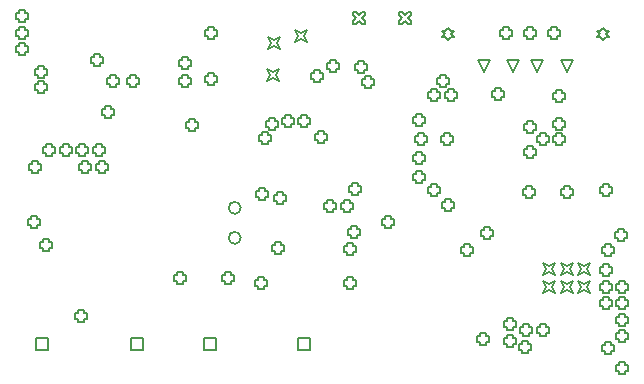
<source format=gbr>
G04 Layer_Color=2752767*
%FSLAX45Y45*%
%MOMM*%
%TF.FileFunction,Drawing*%
%TF.Part,Single*%
G01*
G75*
%TA.AperFunction,NonConductor*%
%ADD98C,0.12700*%
%ADD99C,0.16933*%
D98*
X12639200Y4509200D02*
Y4610800D01*
X12740800D01*
Y4509200D01*
X12639200D01*
X13439200D02*
Y4610800D01*
X13540800D01*
Y4509200D01*
X13439200D01*
X11219200D02*
Y4610800D01*
X11320800D01*
Y4509200D01*
X11219200D01*
X12019200D02*
Y4610800D01*
X12120800D01*
Y4509200D01*
X12019200D01*
X15010001Y6869200D02*
X14959200Y6970800D01*
X15060800D01*
X15010001Y6869200D01*
X15710001D02*
X15659200Y6970800D01*
X15760800D01*
X15710001Y6869200D01*
X15460001D02*
X15409200Y6970800D01*
X15510800D01*
X15460001Y6869200D01*
X15260001D02*
X15209200Y6970800D01*
X15310800D01*
X15260001Y6869200D01*
X16017000Y7140200D02*
X16042400Y7165600D01*
X16067799D01*
X16042400Y7191000D01*
X16067799Y7216400D01*
X16042400D01*
X16017000Y7241800D01*
X15991600Y7216400D01*
X15966200D01*
X15991600Y7191000D01*
X15966200Y7165600D01*
X15991600D01*
X16017000Y7140200D01*
X14703000D02*
X14728400Y7165600D01*
X14753799D01*
X14728400Y7191000D01*
X14753799Y7216400D01*
X14728400D01*
X14703000Y7241800D01*
X14677600Y7216400D01*
X14652200D01*
X14677600Y7191000D01*
X14652200Y7165600D01*
X14677600D01*
X14703000Y7140200D01*
X15659200Y4994200D02*
X15684599Y5045000D01*
X15659200Y5095800D01*
X15710001Y5070400D01*
X15760800Y5095800D01*
X15735400Y5045000D01*
X15760800Y4994200D01*
X15710001Y5019600D01*
X15659200Y4994200D01*
Y5144200D02*
X15684599Y5195000D01*
X15659200Y5245800D01*
X15710001Y5220400D01*
X15760800Y5245800D01*
X15735400Y5195000D01*
X15760800Y5144200D01*
X15710001Y5169600D01*
X15659200Y5144200D01*
X15509200D02*
X15534599Y5195000D01*
X15509200Y5245800D01*
X15560001Y5220400D01*
X15610800Y5245800D01*
X15585400Y5195000D01*
X15610800Y5144200D01*
X15560001Y5169600D01*
X15509200Y5144200D01*
Y4994200D02*
X15534599Y5045000D01*
X15509200Y5095800D01*
X15560001Y5070400D01*
X15610800Y5095800D01*
X15585400Y5045000D01*
X15610800Y4994200D01*
X15560001Y5019600D01*
X15509200Y4994200D01*
X15809200D02*
X15834599Y5045000D01*
X15809200Y5095800D01*
X15860001Y5070400D01*
X15910800Y5095800D01*
X15885400Y5045000D01*
X15910800Y4994200D01*
X15860001Y5019600D01*
X15809200Y4994200D01*
Y5144200D02*
X15834599Y5195000D01*
X15809200Y5245800D01*
X15860001Y5220400D01*
X15910800Y5245800D01*
X15885400Y5195000D01*
X15910800Y5144200D01*
X15860001Y5169600D01*
X15809200Y5144200D01*
X15574608Y7174604D02*
Y7149204D01*
X15625407D01*
Y7174604D01*
X15650809D01*
Y7225404D01*
X15625407D01*
Y7250804D01*
X15574608D01*
Y7225404D01*
X15549208D01*
Y7174604D01*
X15574608D01*
X15374608D02*
Y7149204D01*
X15425407D01*
Y7174604D01*
X15450809D01*
Y7225404D01*
X15425407D01*
Y7250804D01*
X15374608D01*
Y7225404D01*
X15349208D01*
Y7174604D01*
X15374608D01*
X15174608D02*
Y7149204D01*
X15225407D01*
Y7174604D01*
X15250809D01*
Y7225404D01*
X15225407D01*
Y7250804D01*
X15174608D01*
Y7225404D01*
X15149208D01*
Y7174604D01*
X15174608D01*
X14174608Y5574603D02*
Y5549203D01*
X14225407D01*
Y5574603D01*
X14250809D01*
Y5625403D01*
X14225407D01*
Y5650803D01*
X14174608D01*
Y5625403D01*
X14149208D01*
Y5574603D01*
X14174608D01*
X11574606Y4774603D02*
Y4749203D01*
X11625406D01*
Y4774603D01*
X11650806D01*
Y4825403D01*
X11625406D01*
Y4850803D01*
X11574606D01*
Y4825403D01*
X11549206D01*
Y4774603D01*
X11574606D01*
X11174606Y5574603D02*
Y5549203D01*
X11225406D01*
Y5574603D01*
X11250806D01*
Y5625403D01*
X11225406D01*
Y5650803D01*
X11174606D01*
Y5625403D01*
X11149206D01*
Y5574603D01*
X11174606D01*
X11274606Y5374603D02*
Y5349203D01*
X11325406D01*
Y5374603D01*
X11350806D01*
Y5425403D01*
X11325406D01*
Y5450803D01*
X11274606D01*
Y5425403D01*
X11249206D01*
Y5374603D01*
X11274606D01*
X12414600Y5094600D02*
Y5069200D01*
X12465400D01*
Y5094600D01*
X12490800D01*
Y5145400D01*
X12465400D01*
Y5170800D01*
X12414600D01*
Y5145400D01*
X12389200D01*
Y5094600D01*
X12414600D01*
X14844600Y5334600D02*
Y5309200D01*
X14895399D01*
Y5334600D01*
X14920799D01*
Y5385400D01*
X14895399D01*
Y5410800D01*
X14844600D01*
Y5385400D01*
X14819200D01*
Y5334600D01*
X14844600D01*
X13574600Y6804600D02*
Y6779200D01*
X13625400D01*
Y6804600D01*
X13650800D01*
Y6855400D01*
X13625400D01*
Y6880800D01*
X13574600D01*
Y6855400D01*
X13549200D01*
Y6804600D01*
X13574600D01*
X13854601Y5054600D02*
Y5029200D01*
X13905400D01*
Y5054600D01*
X13930800D01*
Y5105400D01*
X13905400D01*
Y5130800D01*
X13854601D01*
Y5105400D01*
X13829201D01*
Y5054600D01*
X13854601D01*
X16154601Y4604600D02*
Y4579200D01*
X16205400D01*
Y4604600D01*
X16230800D01*
Y4655400D01*
X16205400D01*
Y4680800D01*
X16154601D01*
Y4655400D01*
X16129201D01*
Y4604600D01*
X16154601D01*
X16034599Y4504600D02*
Y4479200D01*
X16085400D01*
Y4504600D01*
X16110800D01*
Y4555400D01*
X16085400D01*
Y4580800D01*
X16034599D01*
Y4555400D01*
X16009200D01*
Y4504600D01*
X16034599D01*
X16154601Y4744600D02*
Y4719200D01*
X16205400D01*
Y4744600D01*
X16230800D01*
Y4795400D01*
X16205400D01*
Y4820800D01*
X16154601D01*
Y4795400D01*
X16129201D01*
Y4744600D01*
X16154601D01*
Y4884600D02*
Y4859200D01*
X16205400D01*
Y4884600D01*
X16230800D01*
Y4935400D01*
X16205400D01*
Y4960800D01*
X16154601D01*
Y4935400D01*
X16129201D01*
Y4884600D01*
X16154601D01*
Y5024600D02*
Y4999200D01*
X16205400D01*
Y5024600D01*
X16230800D01*
Y5075400D01*
X16205400D01*
Y5100800D01*
X16154601D01*
Y5075400D01*
X16129201D01*
Y5024600D01*
X16154601D01*
X16034599Y5334600D02*
Y5309200D01*
X16085400D01*
Y5334600D01*
X16110800D01*
Y5385400D01*
X16085400D01*
Y5410800D01*
X16034599D01*
Y5385400D01*
X16009200D01*
Y5334600D01*
X16034599D01*
X16014600Y5164600D02*
Y5139200D01*
X16065401D01*
Y5164600D01*
X16090800D01*
Y5215400D01*
X16065401D01*
Y5240800D01*
X16014600D01*
Y5215400D01*
X15989200D01*
Y5164600D01*
X16014600D01*
X16144600Y5464600D02*
Y5439200D01*
X16195399D01*
Y5464600D01*
X16220799D01*
Y5515400D01*
X16195399D01*
Y5540800D01*
X16144600D01*
Y5515400D01*
X16119200D01*
Y5464600D01*
X16144600D01*
X16014600Y5844600D02*
Y5819200D01*
X16065401D01*
Y5844600D01*
X16090800D01*
Y5895400D01*
X16065401D01*
Y5920800D01*
X16014600D01*
Y5895400D01*
X15989200D01*
Y5844600D01*
X16014600D01*
X11804600Y6504600D02*
Y6479200D01*
X11855400D01*
Y6504600D01*
X11880800D01*
Y6555400D01*
X11855400D01*
Y6580800D01*
X11804600D01*
Y6555400D01*
X11779200D01*
Y6504600D01*
X11804600D01*
X11704600Y6944600D02*
Y6919200D01*
X11755400D01*
Y6944600D01*
X11780800D01*
Y6995400D01*
X11755400D01*
Y7020800D01*
X11704600D01*
Y6995400D01*
X11679200D01*
Y6944600D01*
X11704600D01*
X11444600Y6184600D02*
Y6159200D01*
X11495400D01*
Y6184600D01*
X11520800D01*
Y6235400D01*
X11495400D01*
Y6260800D01*
X11444600D01*
Y6235400D01*
X11419200D01*
Y6184600D01*
X11444600D01*
X11304600D02*
Y6159200D01*
X11355400D01*
Y6184600D01*
X11380800D01*
Y6235400D01*
X11355400D01*
Y6260800D01*
X11304600D01*
Y6235400D01*
X11279200D01*
Y6184600D01*
X11304600D01*
X11584600D02*
Y6159200D01*
X11635400D01*
Y6184600D01*
X11660800D01*
Y6235400D01*
X11635400D01*
Y6260800D01*
X11584600D01*
Y6235400D01*
X11559200D01*
Y6184600D01*
X11584600D01*
X11724600D02*
Y6159200D01*
X11775400D01*
Y6184600D01*
X11800800D01*
Y6235400D01*
X11775400D01*
Y6260800D01*
X11724600D01*
Y6235400D01*
X11699200D01*
Y6184600D01*
X11724600D01*
X12514600Y6394600D02*
Y6369200D01*
X12565400D01*
Y6394600D01*
X12590800D01*
Y6445400D01*
X12565400D01*
Y6470800D01*
X12514600D01*
Y6445400D01*
X12489200D01*
Y6394600D01*
X12514600D01*
X13244598Y5354600D02*
Y5329200D01*
X13295399D01*
Y5354600D01*
X13320799D01*
Y5405400D01*
X13295399D01*
Y5430800D01*
X13244598D01*
Y5405400D01*
X13219199D01*
Y5354600D01*
X13244598D01*
X15374600Y6374600D02*
Y6349200D01*
X15425400D01*
Y6374600D01*
X15450800D01*
Y6425400D01*
X15425400D01*
Y6450800D01*
X15374600D01*
Y6425400D01*
X15349200D01*
Y6374600D01*
X15374600D01*
Y6164600D02*
Y6139200D01*
X15425400D01*
Y6164600D01*
X15450800D01*
Y6215400D01*
X15425400D01*
Y6240800D01*
X15374600D01*
Y6215400D01*
X15349200D01*
Y6164600D01*
X15374600D01*
X15624600Y6404600D02*
Y6379200D01*
X15675400D01*
Y6404600D01*
X15700800D01*
Y6455400D01*
X15675400D01*
Y6480800D01*
X15624600D01*
Y6455400D01*
X15599200D01*
Y6404600D01*
X15624600D01*
Y6274600D02*
Y6249200D01*
X15675400D01*
Y6274600D01*
X15700800D01*
Y6325400D01*
X15675400D01*
Y6350800D01*
X15624600D01*
Y6325400D01*
X15599200D01*
Y6274600D01*
X15624600D01*
X15484599D02*
Y6249200D01*
X15535400D01*
Y6274600D01*
X15560800D01*
Y6325400D01*
X15535400D01*
Y6350800D01*
X15484599D01*
Y6325400D01*
X15459200D01*
Y6274600D01*
X15484599D01*
X15484599Y4654600D02*
Y4629200D01*
X15535400D01*
Y4654600D01*
X15560800D01*
Y4705400D01*
X15535400D01*
Y4730800D01*
X15484599D01*
Y4705400D01*
X15459200D01*
Y4654600D01*
X15484599D01*
X15344600D02*
Y4629200D01*
X15395399D01*
Y4654600D01*
X15420799D01*
Y4705400D01*
X15395399D01*
Y4730800D01*
X15344600D01*
Y4705400D01*
X15319200D01*
Y4654600D01*
X15344600D01*
X15334599Y4514600D02*
Y4489200D01*
X15385400D01*
Y4514600D01*
X15410800D01*
Y4565400D01*
X15385400D01*
Y4590800D01*
X15334599D01*
Y4565400D01*
X15309200D01*
Y4514600D01*
X15334599D01*
X16014600Y5024600D02*
Y4999200D01*
X16065401D01*
Y5024600D01*
X16090800D01*
Y5075400D01*
X16065401D01*
Y5100800D01*
X16014600D01*
Y5075400D01*
X15989200D01*
Y5024600D01*
X16014600D01*
Y4884600D02*
Y4859200D01*
X16065401D01*
Y4884600D01*
X16090800D01*
Y4935400D01*
X16065401D01*
Y4960800D01*
X16014600D01*
Y4935400D01*
X15989200D01*
Y4884600D01*
X16014600D01*
X14004601Y6754600D02*
Y6729200D01*
X14055400D01*
Y6754600D01*
X14080800D01*
Y6805400D01*
X14055400D01*
Y6830800D01*
X14004601D01*
Y6805400D01*
X13979201D01*
Y6754600D01*
X14004601D01*
X13704601Y6894600D02*
Y6869200D01*
X13755400D01*
Y6894600D01*
X13780800D01*
Y6945400D01*
X13755400D01*
Y6970800D01*
X13704601D01*
Y6945400D01*
X13679201D01*
Y6894600D01*
X13704601D01*
X13944600Y6884600D02*
Y6859200D01*
X13995399D01*
Y6884600D01*
X14020799D01*
Y6935400D01*
X13995399D01*
Y6960800D01*
X13944600D01*
Y6935400D01*
X13919200D01*
Y6884600D01*
X13944600D01*
X12674600Y6784600D02*
Y6759200D01*
X12725400D01*
Y6784600D01*
X12750800D01*
Y6835400D01*
X12725400D01*
Y6860800D01*
X12674600D01*
Y6835400D01*
X12649200D01*
Y6784600D01*
X12674600D01*
Y7174600D02*
Y7149200D01*
X12725400D01*
Y7174600D01*
X12750800D01*
Y7225400D01*
X12725400D01*
Y7250800D01*
X12674600D01*
Y7225400D01*
X12649200D01*
Y7174600D01*
X12674600D01*
X15684599Y5824600D02*
Y5799200D01*
X15735400D01*
Y5824600D01*
X15760800D01*
Y5875400D01*
X15735400D01*
Y5900800D01*
X15684599D01*
Y5875400D01*
X15659200D01*
Y5824600D01*
X15684599D01*
X15364600D02*
Y5799200D01*
X15415401D01*
Y5824600D01*
X15440800D01*
Y5875400D01*
X15415401D01*
Y5900800D01*
X15364600D01*
Y5875400D01*
X15339200D01*
Y5824600D01*
X15364600D01*
X15104601Y6654600D02*
Y6629200D01*
X15155400D01*
Y6654600D01*
X15180800D01*
Y6705400D01*
X15155400D01*
Y6730800D01*
X15104601D01*
Y6705400D01*
X15079201D01*
Y6654600D01*
X15104601D01*
X15624600Y6634600D02*
Y6609200D01*
X15675400D01*
Y6634600D01*
X15700800D01*
Y6685400D01*
X15675400D01*
Y6710800D01*
X15624600D01*
Y6685400D01*
X15599200D01*
Y6634600D01*
X15624600D01*
X13604601Y6294600D02*
Y6269200D01*
X13655400D01*
Y6294600D01*
X13680800D01*
Y6345400D01*
X13655400D01*
Y6370800D01*
X13604601D01*
Y6345400D01*
X13579201D01*
Y6294600D01*
X13604601D01*
X13854601Y5344600D02*
Y5319200D01*
X13905400D01*
Y5344600D01*
X13930800D01*
Y5395400D01*
X13905400D01*
Y5420800D01*
X13854601D01*
Y5395400D01*
X13829201D01*
Y5344600D01*
X13854601D01*
X13884599Y5484600D02*
Y5459200D01*
X13935400D01*
Y5484600D01*
X13960800D01*
Y5535400D01*
X13935400D01*
Y5560800D01*
X13884599D01*
Y5535400D01*
X13859200D01*
Y5484600D01*
X13884599D01*
X13684599Y5704600D02*
Y5679200D01*
X13735400D01*
Y5704600D01*
X13760800D01*
Y5755400D01*
X13735400D01*
Y5780800D01*
X13684599D01*
Y5755400D01*
X13659200D01*
Y5704600D01*
X13684599D01*
X13824600D02*
Y5679200D01*
X13875400D01*
Y5704600D01*
X13900800D01*
Y5755400D01*
X13875400D01*
Y5780800D01*
X13824600D01*
Y5755400D01*
X13799200D01*
Y5704600D01*
X13824600D01*
X13094600Y5054600D02*
Y5029200D01*
X13145399D01*
Y5054600D01*
X13170799D01*
Y5105400D01*
X13145399D01*
Y5130800D01*
X13094600D01*
Y5105400D01*
X13069200D01*
Y5054600D01*
X13094600D01*
X12814600Y5094600D02*
Y5069200D01*
X12865401D01*
Y5094600D01*
X12890800D01*
Y5145400D01*
X12865401D01*
Y5170800D01*
X12814600D01*
Y5145400D01*
X12789200D01*
Y5094600D01*
X12814600D01*
X13254601Y5774600D02*
Y5749200D01*
X13305400D01*
Y5774600D01*
X13330800D01*
Y5825400D01*
X13305400D01*
Y5850800D01*
X13254601D01*
Y5825400D01*
X13229201D01*
Y5774600D01*
X13254601D01*
X13104601Y5804600D02*
Y5779200D01*
X13155400D01*
Y5804600D01*
X13180800D01*
Y5855400D01*
X13155400D01*
Y5880800D01*
X13104601D01*
Y5855400D01*
X13079201D01*
Y5804600D01*
X13104601D01*
X15014600Y5474600D02*
Y5449200D01*
X15065401D01*
Y5474600D01*
X15090800D01*
Y5525400D01*
X15065401D01*
Y5550800D01*
X15014600D01*
Y5525400D01*
X14989200D01*
Y5474600D01*
X15014600D01*
X14674600Y6274600D02*
Y6249200D01*
X14725400D01*
Y6274600D01*
X14750800D01*
Y6325400D01*
X14725400D01*
Y6350800D01*
X14674600D01*
Y6325400D01*
X14649200D01*
Y6274600D01*
X14674600D01*
X14454601D02*
Y6249200D01*
X14505400D01*
Y6274600D01*
X14530800D01*
Y6325400D01*
X14505400D01*
Y6350800D01*
X14454601D01*
Y6325400D01*
X14429201D01*
Y6274600D01*
X14454601D01*
X14564600Y5844600D02*
Y5819200D01*
X14615401D01*
Y5844600D01*
X14640800D01*
Y5895400D01*
X14615401D01*
Y5920800D01*
X14564600D01*
Y5895400D01*
X14539200D01*
Y5844600D01*
X14564600D01*
X14684599Y5714600D02*
Y5689200D01*
X14735400D01*
Y5714600D01*
X14760800D01*
Y5765400D01*
X14735400D01*
Y5790800D01*
X14684599D01*
Y5765400D01*
X14659200D01*
Y5714600D01*
X14684599D01*
X14434599Y6114600D02*
Y6089200D01*
X14485400D01*
Y6114600D01*
X14510800D01*
Y6165400D01*
X14485400D01*
Y6190800D01*
X14434599D01*
Y6165400D01*
X14409200D01*
Y6114600D01*
X14434599D01*
X14564600Y6644600D02*
Y6619200D01*
X14615401D01*
Y6644600D01*
X14640800D01*
Y6695400D01*
X14615401D01*
Y6720800D01*
X14564600D01*
Y6695400D01*
X14539200D01*
Y6644600D01*
X14564600D01*
X14434599Y5954600D02*
Y5929200D01*
X14485400D01*
Y5954600D01*
X14510800D01*
Y6005400D01*
X14485400D01*
Y6030800D01*
X14434599D01*
Y6005400D01*
X14409200D01*
Y5954600D01*
X14434599D01*
Y6434600D02*
Y6409200D01*
X14485400D01*
Y6434600D01*
X14510800D01*
Y6485400D01*
X14485400D01*
Y6510800D01*
X14434599D01*
Y6485400D01*
X14409200D01*
Y6434600D01*
X14434599D01*
X13464600Y6424600D02*
Y6399200D01*
X13515401D01*
Y6424600D01*
X13540800D01*
Y6475400D01*
X13515401D01*
Y6500800D01*
X13464600D01*
Y6475400D01*
X13439200D01*
Y6424600D01*
X13464600D01*
X13324600D02*
Y6399200D01*
X13375400D01*
Y6424600D01*
X13400800D01*
Y6475400D01*
X13375400D01*
Y6500800D01*
X13324600D01*
Y6475400D01*
X13299200D01*
Y6424600D01*
X13324600D01*
X11074600Y7314600D02*
Y7289200D01*
X11125400D01*
Y7314600D01*
X11150800D01*
Y7365400D01*
X11125400D01*
Y7390800D01*
X11074600D01*
Y7365400D01*
X11049200D01*
Y7314600D01*
X11074600D01*
Y7174600D02*
Y7149200D01*
X11125400D01*
Y7174600D01*
X11150800D01*
Y7225400D01*
X11125400D01*
Y7250800D01*
X11074600D01*
Y7225400D01*
X11049200D01*
Y7174600D01*
X11074600D01*
Y7034600D02*
Y7009200D01*
X11125400D01*
Y7034600D01*
X11150800D01*
Y7085400D01*
X11125400D01*
Y7110800D01*
X11074600D01*
Y7085400D01*
X11049200D01*
Y7034600D01*
X11074600D01*
X15204601Y4704600D02*
Y4679200D01*
X15255400D01*
Y4704600D01*
X15280800D01*
Y4755400D01*
X15255400D01*
Y4780800D01*
X15204601D01*
Y4755400D01*
X15179201D01*
Y4704600D01*
X15204601D01*
Y4564600D02*
Y4539200D01*
X15255400D01*
Y4564600D01*
X15280800D01*
Y4615400D01*
X15255400D01*
Y4640800D01*
X15204601D01*
Y4615400D01*
X15179201D01*
Y4564600D01*
X15204601D01*
X16154601Y4334600D02*
Y4309200D01*
X16205400D01*
Y4334600D01*
X16230800D01*
Y4385400D01*
X16205400D01*
Y4410800D01*
X16154601D01*
Y4385400D01*
X16129201D01*
Y4334600D01*
X16154601D01*
X11184600Y6034600D02*
Y6009200D01*
X11235400D01*
Y6034600D01*
X11260800D01*
Y6085400D01*
X11235400D01*
Y6110800D01*
X11184600D01*
Y6085400D01*
X11159200D01*
Y6034600D01*
X11184600D01*
X11604600D02*
Y6009200D01*
X11655400D01*
Y6034600D01*
X11680800D01*
Y6085400D01*
X11655400D01*
Y6110800D01*
X11604600D01*
Y6085400D01*
X11579200D01*
Y6034600D01*
X11604600D01*
X11754600D02*
Y6009200D01*
X11805400D01*
Y6034600D01*
X11830800D01*
Y6085400D01*
X11805400D01*
Y6110800D01*
X11754600D01*
Y6085400D01*
X11729200D01*
Y6034600D01*
X11754600D01*
X12014600Y6764600D02*
Y6739200D01*
X12065400D01*
Y6764600D01*
X12090800D01*
Y6815400D01*
X12065400D01*
Y6840800D01*
X12014600D01*
Y6815400D01*
X11989200D01*
Y6764600D01*
X12014600D01*
X11844600D02*
Y6739200D01*
X11895400D01*
Y6764600D01*
X11920800D01*
Y6815400D01*
X11895400D01*
Y6840800D01*
X11844600D01*
Y6815400D01*
X11819200D01*
Y6764600D01*
X11844600D01*
X12454600D02*
Y6739200D01*
X12505400D01*
Y6764600D01*
X12530800D01*
Y6815400D01*
X12505400D01*
Y6840800D01*
X12454600D01*
Y6815400D01*
X12429200D01*
Y6764600D01*
X12454600D01*
Y6914600D02*
Y6889200D01*
X12505400D01*
Y6914600D01*
X12530800D01*
Y6965400D01*
X12505400D01*
Y6990800D01*
X12454600D01*
Y6965400D01*
X12429200D01*
Y6914600D01*
X12454600D01*
X11234600Y6714600D02*
Y6689200D01*
X11285400D01*
Y6714600D01*
X11310800D01*
Y6765400D01*
X11285400D01*
Y6790800D01*
X11234600D01*
Y6765400D01*
X11209200D01*
Y6714600D01*
X11234600D01*
Y6844600D02*
Y6819200D01*
X11285400D01*
Y6844600D01*
X11310800D01*
Y6895400D01*
X11285400D01*
Y6920800D01*
X11234600D01*
Y6895400D01*
X11209200D01*
Y6844600D01*
X11234600D01*
X14704601Y6644600D02*
Y6619200D01*
X14755400D01*
Y6644600D01*
X14780800D01*
Y6695400D01*
X14755400D01*
Y6720800D01*
X14704601D01*
Y6695400D01*
X14679201D01*
Y6644600D01*
X14704601D01*
X14634599Y6764600D02*
Y6739200D01*
X14685400D01*
Y6764600D01*
X14710800D01*
Y6815400D01*
X14685400D01*
Y6840800D01*
X14634599D01*
Y6815400D01*
X14609200D01*
Y6764600D01*
X14634599D01*
X13134599Y6284600D02*
Y6259200D01*
X13185400D01*
Y6284600D01*
X13210800D01*
Y6335400D01*
X13185400D01*
Y6360800D01*
X13134599D01*
Y6335400D01*
X13109200D01*
Y6284600D01*
X13134599D01*
X13194600Y6404600D02*
Y6379200D01*
X13245399D01*
Y6404600D01*
X13270799D01*
Y6455400D01*
X13245399D01*
Y6480800D01*
X13194600D01*
Y6455400D01*
X13169200D01*
Y6404600D01*
X13194600D01*
X14974600Y4584600D02*
Y4559200D01*
X15025400D01*
Y4584600D01*
X15050800D01*
Y4635400D01*
X15025400D01*
Y4660800D01*
X14974600D01*
Y4635400D01*
X14949200D01*
Y4584600D01*
X14974600D01*
X13894600Y5854600D02*
Y5829200D01*
X13945399D01*
Y5854600D01*
X13970799D01*
Y5905400D01*
X13945399D01*
Y5930800D01*
X13894600D01*
Y5905400D01*
X13869200D01*
Y5854600D01*
X13894600D01*
X13179201Y7059200D02*
X13204601Y7110000D01*
X13179201Y7160800D01*
X13230000Y7135400D01*
X13280800Y7160800D01*
X13255400Y7110000D01*
X13280800Y7059200D01*
X13230000Y7084600D01*
X13179201Y7059200D01*
X13174200Y6794199D02*
X13199600Y6844999D01*
X13174200Y6895799D01*
X13225000Y6870399D01*
X13275800Y6895799D01*
X13250400Y6844999D01*
X13275800Y6794199D01*
X13225000Y6819599D01*
X13174200Y6794199D01*
X13409200Y7119200D02*
X13434599Y7170000D01*
X13409200Y7220800D01*
X13460001Y7195400D01*
X13510800Y7220800D01*
X13485400Y7170000D01*
X13510800Y7119200D01*
X13460001Y7144600D01*
X13409200Y7119200D01*
X14289200Y7269200D02*
X14314600D01*
X14339999Y7294600D01*
X14365401Y7269200D01*
X14390800D01*
Y7294600D01*
X14365401Y7320000D01*
X14390800Y7345400D01*
Y7370800D01*
X14365401D01*
X14339999Y7345400D01*
X14314600Y7370800D01*
X14289200D01*
Y7345400D01*
X14314600Y7320000D01*
X14289200Y7294600D01*
Y7269200D01*
X13899200D02*
X13924600D01*
X13950000Y7294600D01*
X13975400Y7269200D01*
X14000800D01*
Y7294600D01*
X13975400Y7320000D01*
X14000800Y7345400D01*
Y7370800D01*
X13975400D01*
X13950000Y7345400D01*
X13924600Y7370800D01*
X13899200D01*
Y7345400D01*
X13924600Y7320000D01*
X13899200Y7294600D01*
Y7269200D01*
D99*
X12950800Y5717000D02*
G03*
X12950800Y5717000I-50800J0D01*
G01*
Y5463000D02*
G03*
X12950800Y5463000I-50800J0D01*
G01*
%TF.MD5,42b548aef0452f091f9589134c2892c1*%
M02*

</source>
